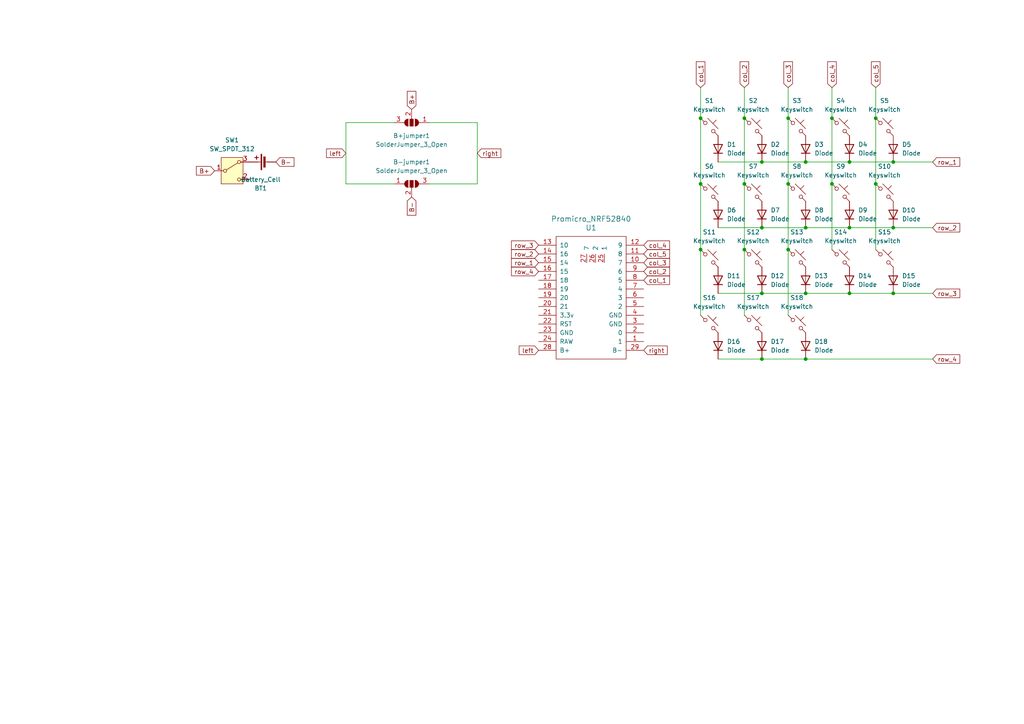
<source format=kicad_sch>
(kicad_sch (version 20250114) (generator "eeschema") (generator_version "9.0")
  (paper "A4")
  (lib_symbols
    (symbol "Device:Battery_Cell" (pin_numbers (hide yes)) (pin_names (offset 0) (hide yes))
      (property "Reference" "BT" (at 2.54 2.54 0))
      (property "Value" "Battery_Cell" (at 2.54 0 0))
      (symbol "Battery_Cell_0_1"
        (rectangle (start -2.286 1.778) (end 2.286 1.524) (fill (type outline)))
        (rectangle (start -1.524 1.016) (end 1.524 0.508) (fill (type outline)))
        (polyline (pts (xy 0 1.778) (xy 0 2.54)))
        (polyline (pts (xy 0 0.762) (xy 0 0)))
        (polyline (pts (xy 0.762 3.048) (xy 1.778 3.048)) (stroke (width 0.254)))
        (polyline (pts (xy 1.27 3.556) (xy 1.27 2.54)) (stroke (width 0.254)))
      )
      (symbol "Battery_Cell_1_1"
        (pin passive line (at 0 5.08 270) (length 2.54) (name "+") (number "1"))
        (pin passive line (at 0 -2.54 90) (length 2.54) (name "-") (number "2"))
      )
    )
    (symbol "Jumper:SolderJumper_3_Open" (pin_names (offset 0) (hide yes)) (in_bom no)
      (property "Reference" "JP" (at -2.54 -2.54 0))
      (property "Value" "SolderJumper_3_Open" (at 0 2.794 0))
      (symbol "SolderJumper_3_Open_0_1"
        (polyline (pts (xy -2.54 0) (xy -2.032 0)))
        (polyline (pts (xy -1.016 1.016) (xy -1.016 -1.016)))
        (arc (start -1.016 -1.016) (mid -2.0276 0) (end -1.016 1.016))
        (arc (start -1.016 -1.016) (mid -2.0276 0) (end -1.016 1.016) (fill (type outline)))
        (rectangle (start -0.508 1.016) (end 0.508 -1.016) (fill (type outline)))
        (polyline (pts (xy 0 -1.27) (xy 0 -1.016)))
        (arc (start 1.016 1.016) (mid 2.0276 0) (end 1.016 -1.016))
        (arc (start 1.016 1.016) (mid 2.0276 0) (end 1.016 -1.016) (fill (type outline)))
        (polyline (pts (xy 1.016 1.016) (xy 1.016 -1.016)))
        (polyline (pts (xy 2.54 0) (xy 2.032 0)))
      )
      (symbol "SolderJumper_3_Open_1_1"
        (pin passive line (at -5.08 0 0) (length 2.54) (name "A") (number "1"))
        (pin passive line (at 0 -3.81 90) (length 2.54) (name "C") (number "2"))
        (pin passive line (at 5.08 0 180) (length 2.54) (name "B") (number "3"))
      )
    )
    (symbol "Lander03xD:MCU_promicro_nrf52840" (pin_names (offset 1.016))
      (property "Reference" "U" (at 0 0 0))
      (property "Value" "Promicro_NRF52840" (at 0 -20.32 0))
      (symbol "MCU_promicro_nrf52840_0_1"
        (rectangle (start -10.16 17.78) (end 10.16 -17.78))
      )
      (symbol "MCU_promicro_nrf52840_1_1"
        (pin input line (at -15.24 15.24 0) (length 5.08) (name "B-") (number "29"))
        (pin input line (at -15.24 12.7 0) (length 5.08) (name "1") (number "1"))
        (pin input line (at -15.24 10.16 0) (length 5.08) (name "0") (number "2"))
        (pin input line (at -15.24 7.62 0) (length 5.08) (name "GND") (number "3"))
        (pin input line (at -15.24 5.08 0) (length 5.08) (name "GND") (number "4"))
        (pin input line (at -15.24 2.54 0) (length 5.08) (name "2") (number "5"))
        (pin input line (at -15.24 0 0) (length 5.08) (name "3") (number "6"))
        (pin input line (at -15.24 -2.54 0) (length 5.08) (name "4") (number "7"))
        (pin input line (at -15.24 -5.08 0) (length 5.08) (name "5") (number "8"))
        (pin input line (at -15.24 -7.62 0) (length 5.08) (name "6") (number "9"))
        (pin input line (at -15.24 -10.16 0) (length 5.08) (name "7") (number "10"))
        (pin input line (at -15.24 -12.7 0) (length 5.08) (name "8") (number "11"))
        (pin input line (at -15.24 -15.24 0) (length 5.08) (name "9") (number "12"))
        (pin input line (at -3.81 -10.16 270) (length 2.5) (name "1") (number "25"))
        (pin input line (at -1.27 -10.16 270) (length 2.5) (name "2") (number "26"))
        (pin input line (at 1.27 -10.16 270) (length 2.5) (name "7") (number "27"))
        (pin input line (at 15.24 15.24 180) (length 5.08) (name "B+") (number "28"))
        (pin input line (at 15.24 12.7 180) (length 5.08) (name "RAW") (number "24"))
        (pin input line (at 15.24 10.16 180) (length 5.08) (name "GND") (number "23"))
        (pin input line (at 15.24 7.62 180) (length 5.08) (name "RST") (number "22"))
        (pin input line (at 15.24 5.08 180) (length 5.08) (name "3.3v") (number "21"))
        (pin input line (at 15.24 2.54 180) (length 5.08) (name "21") (number "20"))
        (pin input line (at 15.24 0 180) (length 5.08) (name "20") (number "19"))
        (pin input line (at 15.24 -2.54 180) (length 5.08) (name "19") (number "18"))
        (pin input line (at 15.24 -5.08 180) (length 5.08) (name "18") (number "17"))
        (pin input line (at 15.24 -7.62 180) (length 5.08) (name "15") (number "16"))
        (pin input line (at 15.24 -10.16 180) (length 5.08) (name "14") (number "15"))
        (pin input line (at 15.24 -12.7 180) (length 5.08) (name "16") (number "14"))
        (pin input line (at 15.24 -15.24 180) (length 5.08) (name "10") (number "13"))
      )
    )
    (symbol "ScottoKeebs:Placeholder_Diode" (pin_numbers (hide yes)) (pin_names (hide yes))
      (property "Reference" "D" (at 0 2.54 0))
      (property "Value" "Diode" (at 0 -2.54 0))
      (symbol "Placeholder_Diode_0_1"
        (polyline (pts (xy -1.27 1.27) (xy -1.27 -1.27)) (stroke (width 0.254)))
        (polyline (pts (xy 1.27 1.27) (xy 1.27 -1.27) (xy -1.27 0) (xy 1.27 1.27)) (stroke (width 0.254)))
        (polyline (pts (xy 1.27 0) (xy -1.27 0)))
      )
      (symbol "Placeholder_Diode_1_1"
        (pin passive line (at -3.81 0 0) (length 2.54) (name "K") (number "1"))
        (pin passive line (at 3.81 0 180) (length 2.54) (name "A") (number "2"))
      )
    )
    (symbol "ScottoKeebs:Placeholder_Keyswitch" (pin_numbers (hide yes)) (pin_names (offset 1.016) (hide yes))
      (property "Reference" "S" (at 3.048 1.016 0))
      (property "Value" "Keyswitch" (at 0 -3.81 0))
      (symbol "Placeholder_Keyswitch_0_1"
        (polyline (pts (xy -2.54 2.54) (xy -1.524 1.524) (xy -1.524 1.524)))
        (circle (center -1.1684 1.1684) (radius 0.508))
        (polyline (pts (xy -0.508 2.54) (xy 2.54 -0.508)))
        (polyline (pts (xy 1.016 1.016) (xy 2.032 2.032)))
        (circle (center 1.143 -1.1938) (radius 0.508))
        (polyline (pts (xy 1.524 -1.524) (xy 2.54 -2.54) (xy 2.54 -2.54) (xy 2.54 -2.54)))
        (pin passive line (at -2.54 2.54 0) (length 0) (name "1") (number "1"))
        (pin passive line (at 2.54 -2.54 180) (length 0) (name "2") (number "2"))
      )
    )
    (symbol "Switch:SW_SPDT_312" (pin_names (offset 1) (hide yes))
      (property "Reference" "SW" (at 0 5.08 0))
      (property "Value" "SW_SPDT_312" (at 0 -5.08 0))
      (symbol "SW_SPDT_312_0_1"
        (circle (center -2.032 0) (radius 0.4572))
        (polyline (pts (xy -1.651 0.254) (xy 1.651 2.286)))
        (circle (center 2.032 2.54) (radius 0.4572))
        (circle (center 2.032 -2.54) (radius 0.4572))
      )
      (symbol "SW_SPDT_312_1_1"
        (rectangle (start -3.175 3.81) (end 3.175 -3.81) (fill (type background)))
        (pin passive line (at -5.08 0 0) (length 2.54) (name "B") (number "1"))
        (pin passive line (at 5.08 2.54 180) (length 2.54) (name "A") (number "3"))
        (pin passive line (at 5.08 -2.54 180) (length 2.54) (name "C") (number "2"))
      )
    )
  )
  (junction (at 228.6 34.29))
  (junction (at 203.2 72.39))
  (junction (at 215.9 53.34))
  (junction (at 259.08 46.99))
  (junction (at 241.3 34.29))
  (junction (at 203.2 53.34))
  (junction (at 228.6 53.34))
  (junction (at 228.6 72.39))
  (junction (at 203.2 34.29))
  (junction (at 215.9 72.39))
  (junction (at 220.98 46.99))
  (junction (at 246.38 85.09))
  (junction (at 254 53.34))
  (junction (at 220.98 104.14))
  (junction (at 220.98 66.04))
  (junction (at 215.9 34.29))
  (junction (at 220.98 85.09))
  (junction (at 246.38 46.99))
  (junction (at 241.3 53.34))
  (junction (at 254 34.29))
  (junction (at 233.68 104.14))
  (junction (at 259.08 66.04))
  (junction (at 246.38 66.04))
  (junction (at 259.08 85.09))
  (junction (at 233.68 66.04))
  (junction (at 233.68 46.99))
  (junction (at 233.68 85.09))
  (wire (pts (xy 259.08 46.99) (xy 270.51 46.99)))
  (wire (pts (xy 220.98 66.04) (xy 233.68 66.04)))
  (wire (pts (xy 228.6 25.4) (xy 228.6 34.29)))
  (wire (pts (xy 233.68 104.14) (xy 270.51 104.14)))
  (wire (pts (xy 215.9 34.29) (xy 215.9 53.34)))
  (wire (pts (xy 215.9 72.39) (xy 215.9 91.44)))
  (wire (pts (xy 246.38 46.99) (xy 259.08 46.99)))
  (wire (pts (xy 220.98 46.99) (xy 233.68 46.99)))
  (wire (pts (xy 259.08 66.04) (xy 270.51 66.04)))
  (wire (pts (xy 233.68 85.09) (xy 246.38 85.09)))
  (wire (pts (xy 254 34.29) (xy 254 53.34)))
  (wire (pts (xy 220.98 85.09) (xy 233.68 85.09)))
  (wire (pts (xy 259.08 85.09) (xy 270.51 85.09)))
  (wire (pts (xy 203.2 72.39) (xy 203.2 91.44)))
  (wire (pts (xy 124.46 35.56) (xy 138.43 35.56)))
  (wire (pts (xy 241.3 34.29) (xy 241.3 53.34)))
  (wire (pts (xy 203.2 53.34) (xy 203.2 72.39)))
  (wire (pts (xy 228.6 34.29) (xy 228.6 53.34)))
  (wire (pts (xy 208.28 104.14) (xy 220.98 104.14)))
  (wire (pts (xy 246.38 66.04) (xy 259.08 66.04)))
  (wire (pts (xy 208.28 46.99) (xy 220.98 46.99)))
  (wire (pts (xy 254 25.4) (xy 254 34.29)))
  (wire (pts (xy 203.2 34.29) (xy 203.2 53.34)))
  (wire (pts (xy 208.28 85.09) (xy 220.98 85.09)))
  (wire (pts (xy 114.3 53.34) (xy 100.33 53.34)))
  (wire (pts (xy 241.3 53.34) (xy 241.3 72.39)))
  (wire (pts (xy 208.28 66.04) (xy 220.98 66.04)))
  (wire (pts (xy 254 53.34) (xy 254 72.39)))
  (wire (pts (xy 228.6 53.34) (xy 228.6 72.39)))
  (wire (pts (xy 233.68 66.04) (xy 246.38 66.04)))
  (wire (pts (xy 220.98 104.14) (xy 233.68 104.14)))
  (wire (pts (xy 100.33 35.56) (xy 100.33 53.34)))
  (wire (pts (xy 138.43 53.34) (xy 138.43 35.56)))
  (wire (pts (xy 228.6 72.39) (xy 228.6 91.44)))
  (wire (pts (xy 246.38 85.09) (xy 259.08 85.09)))
  (wire (pts (xy 215.9 25.4) (xy 215.9 34.29)))
  (wire (pts (xy 138.43 53.34) (xy 124.46 53.34)))
  (wire (pts (xy 241.3 25.4) (xy 241.3 34.29)))
  (wire (pts (xy 215.9 53.34) (xy 215.9 72.39)))
  (wire (pts (xy 233.68 46.99) (xy 246.38 46.99)))
  (wire (pts (xy 100.33 35.56) (xy 114.3 35.56)))
  (wire (pts (xy 203.2 25.4) (xy 203.2 34.29)))
  (global_label "col_2" (shape input) (at 186.69 78.74 0) (property "Intersheetrefs" "${INTERSHEET_REFS}" (effects (hide yes))))
  (global_label "B+" (shape input) (at 62.23 49.53 180) (property "Intersheetrefs" "${INTERSHEET_REFS}" (effects (hide yes))))
  (global_label "row_2" (shape input) (at 270.51 66.04 0) (property "Intersheetrefs" "${INTERSHEET_REFS}" (effects (hide yes))))
  (global_label "col_4" (shape input) (at 241.3 25.4 90) (property "Intersheetrefs" "${INTERSHEET_REFS}" (effects (hide yes))))
  (global_label "B+" (shape input) (at 119.38 31.75 90) (property "Intersheetrefs" "${INTERSHEET_REFS}" (effects (hide yes))))
  (global_label "row_2" (shape input) (at 156.21 73.66 180) (property "Intersheetrefs" "${INTERSHEET_REFS}" (effects (hide yes))))
  (global_label "row_1" (shape input) (at 156.21 76.2 180) (property "Intersheetrefs" "${INTERSHEET_REFS}" (effects (hide yes))))
  (global_label "row_4" (shape input) (at 156.21 78.74 180) (property "Intersheetrefs" "${INTERSHEET_REFS}" (effects (hide yes))))
  (global_label "col_4" (shape input) (at 186.69 71.12 0) (property "Intersheetrefs" "${INTERSHEET_REFS}" (effects (hide yes))))
  (global_label "col_3" (shape input) (at 228.6 25.4 90) (property "Intersheetrefs" "${INTERSHEET_REFS}" (effects (hide yes))))
  (global_label "col_1" (shape input) (at 203.2 25.4 90) (property "Intersheetrefs" "${INTERSHEET_REFS}" (effects (hide yes))))
  (global_label "B-" (shape input) (at 119.38 57.15 270) (property "Intersheetrefs" "${INTERSHEET_REFS}" (effects (hide yes))))
  (global_label "col_5" (shape input) (at 186.69 73.66 0) (property "Intersheetrefs" "${INTERSHEET_REFS}" (effects (hide yes))))
  (global_label "row_4" (shape input) (at 270.51 104.14 0) (property "Intersheetrefs" "${INTERSHEET_REFS}" (effects (hide yes))))
  (global_label "left" (shape input) (at 100.33 44.45 180) (property "Intersheetrefs" "${INTERSHEET_REFS}" (effects (hide yes))))
  (global_label "B-" (shape input) (at 80.01 46.99 0) (property "Intersheetrefs" "${INTERSHEET_REFS}" (effects (hide yes))))
  (global_label "right" (shape input) (at 138.43 44.45 0) (property "Intersheetrefs" "${INTERSHEET_REFS}" (effects (hide yes))))
  (global_label "col_1" (shape input) (at 186.69 81.28 0) (property "Intersheetrefs" "${INTERSHEET_REFS}" (effects (hide yes))))
  (global_label "col_5" (shape input) (at 254 25.4 90) (property "Intersheetrefs" "${INTERSHEET_REFS}" (effects (hide yes))))
  (global_label "right" (shape input) (at 186.69 101.6 0) (property "Intersheetrefs" "${INTERSHEET_REFS}" (effects (hide yes))))
  (global_label "left" (shape input) (at 156.21 101.6 180) (property "Intersheetrefs" "${INTERSHEET_REFS}" (effects (hide yes))))
  (global_label "row_3" (shape input) (at 270.51 85.09 0) (property "Intersheetrefs" "${INTERSHEET_REFS}" (effects (hide yes))))
  (global_label "col_2" (shape input) (at 215.9 25.4 90) (property "Intersheetrefs" "${INTERSHEET_REFS}" (effects (hide yes))))
  (global_label "row_3" (shape input) (at 156.21 71.12 180) (property "Intersheetrefs" "${INTERSHEET_REFS}" (effects (hide yes))))
  (global_label "col_3" (shape input) (at 186.69 76.2 0) (property "Intersheetrefs" "${INTERSHEET_REFS}" (effects (hide yes))))
  (global_label "row_1" (shape input) (at 270.51 46.99 0) (property "Intersheetrefs" "${INTERSHEET_REFS}" (effects (hide yes))))
  (symbol (lib_id "ScottoKeebs:Placeholder_Diode") (at 246.38 81.28 90) (unit 1)
    (property "Reference" "D14" (at 248.92 80.0099 90) (effects (justify right)))
    (property "Value" "Diode" (at 248.92 82.5499 90) (effects (justify right)))
    (property "Footprint" "ScottoKeebs_Components:Diode_DO-35" (effects (hide yes)))
    (property "Description" "1N4148 (DO-35) or 1N4148W (SOD-123)" (effects (hide yes)))
    (property "Sim.Device" "D" (effects (hide yes)))
    (property "Sim.Pins" "1=K 2=A" (effects (hide yes)))
  )
  (symbol (lib_id "ScottoKeebs:Placeholder_Diode") (at 208.28 43.18 90) (unit 1)
    (property "Reference" "D1" (at 210.82 41.9099 90) (effects (justify right)))
    (property "Value" "Diode" (at 210.82 44.4499 90) (effects (justify right)))
    (property "Footprint" "ScottoKeebs_Components:Diode_DO-35" (effects (hide yes)))
    (property "Description" "1N4148 (DO-35) or 1N4148W (SOD-123)" (effects (hide yes)))
    (property "Sim.Device" "D" (effects (hide yes)))
    (property "Sim.Pins" "1=K 2=A" (effects (hide yes)))
  )
  (symbol (lib_id "ScottoKeebs:Placeholder_Keyswitch") (at 243.84 55.88 0) (unit 1)
    (property "Reference" "S9" (at 243.84 48.26 0))
    (property "Value" "Keyswitch" (at 243.84 50.8 0))
    (property "Footprint" "lander03xD:Hotswap_MX_1.00u_reversible_18.5mm" (effects (hide yes)))
    (property "Description" "Push button switch, normally open, two pins, 45° tilted" (effects (hide yes)))
  )
  (symbol (lib_id "Device:Battery_Cell") (at 77.47 46.99 90) (unit 1)
    (property "Reference" "BT1" (at 75.6285 54.61 90))
    (property "Value" "Battery_Cell" (at 75.6285 52.07 90))
    (property "Footprint" "lander03xD:SbM-9202_14250_battery_holder" (effects (hide yes)))
    (property "Description" "Single-cell battery" (effects (hide yes)))
  )
  (symbol (lib_id "ScottoKeebs:Placeholder_Diode") (at 220.98 43.18 90) (unit 1)
    (property "Reference" "D2" (at 223.52 41.9099 90) (effects (justify right)))
    (property "Value" "Diode" (at 223.52 44.4499 90) (effects (justify right)))
    (property "Footprint" "ScottoKeebs_Components:Diode_DO-35" (effects (hide yes)))
    (property "Description" "1N4148 (DO-35) or 1N4148W (SOD-123)" (effects (hide yes)))
    (property "Sim.Device" "D" (effects (hide yes)))
    (property "Sim.Pins" "1=K 2=A" (effects (hide yes)))
  )
  (symbol (lib_id "ScottoKeebs:Placeholder_Diode") (at 220.98 100.33 90) (unit 1)
    (property "Reference" "D17" (at 223.52 99.0599 90) (effects (justify right)))
    (property "Value" "Diode" (at 223.52 101.5999 90) (effects (justify right)))
    (property "Footprint" "ScottoKeebs_Components:Diode_DO-35" (effects (hide yes)))
    (property "Description" "1N4148 (DO-35) or 1N4148W (SOD-123)" (effects (hide yes)))
    (property "Sim.Device" "D" (effects (hide yes)))
    (property "Sim.Pins" "1=K 2=A" (effects (hide yes)))
  )
  (symbol (lib_id "ScottoKeebs:Placeholder_Keyswitch") (at 231.14 55.88 0) (unit 1)
    (property "Reference" "S8" (at 231.14 48.26 0))
    (property "Value" "Keyswitch" (at 231.14 50.8 0))
    (property "Footprint" "lander03xD:Hotswap_MX_1.00u_reversible_18.5mm" (effects (hide yes)))
    (property "Description" "Push button switch, normally open, two pins, 45° tilted" (effects (hide yes)))
  )
  (symbol (lib_id "ScottoKeebs:Placeholder_Keyswitch") (at 205.74 93.98 0) (unit 1)
    (property "Reference" "S16" (at 205.74 86.36 0))
    (property "Value" "Keyswitch" (at 205.74 88.9 0))
    (property "Footprint" "lander03xD:Hotswap_MX_1.00u_reversible_18.5mm" (effects (hide yes)))
    (property "Description" "Push button switch, normally open, two pins, 45° tilted" (effects (hide yes)))
  )
  (symbol (lib_id "ScottoKeebs:Placeholder_Diode") (at 220.98 81.28 90) (unit 1)
    (property "Reference" "D12" (at 223.52 80.0099 90) (effects (justify right)))
    (property "Value" "Diode" (at 223.52 82.5499 90) (effects (justify right)))
    (property "Footprint" "ScottoKeebs_Components:Diode_DO-35" (effects (hide yes)))
    (property "Description" "1N4148 (DO-35) or 1N4148W (SOD-123)" (effects (hide yes)))
    (property "Sim.Device" "D" (effects (hide yes)))
    (property "Sim.Pins" "1=K 2=A" (effects (hide yes)))
  )
  (symbol (lib_id "ScottoKeebs:Placeholder_Diode") (at 208.28 81.28 90) (unit 1)
    (property "Reference" "D11" (at 210.82 80.0099 90) (effects (justify right)))
    (property "Value" "Diode" (at 210.82 82.5499 90) (effects (justify right)))
    (property "Footprint" "ScottoKeebs_Components:Diode_DO-35" (effects (hide yes)))
    (property "Description" "1N4148 (DO-35) or 1N4148W (SOD-123)" (effects (hide yes)))
    (property "Sim.Device" "D" (effects (hide yes)))
    (property "Sim.Pins" "1=K 2=A" (effects (hide yes)))
  )
  (symbol (lib_id "ScottoKeebs:Placeholder_Keyswitch") (at 231.14 74.93 0) (unit 1)
    (property "Reference" "S13" (at 231.14 67.31 0))
    (property "Value" "Keyswitch" (at 231.14 69.85 0))
    (property "Footprint" "lander03xD:Hotswap_MX_1.00u_reversible_18.5mm" (effects (hide yes)))
    (property "Description" "Push button switch, normally open, two pins, 45° tilted" (effects (hide yes)))
  )
  (symbol (lib_id "ScottoKeebs:Placeholder_Diode") (at 259.08 43.18 90) (unit 1)
    (property "Reference" "D5" (at 261.62 41.9099 90) (effects (justify right)))
    (property "Value" "Diode" (at 261.62 44.4499 90) (effects (justify right)))
    (property "Footprint" "ScottoKeebs_Components:Diode_DO-35" (effects (hide yes)))
    (property "Description" "1N4148 (DO-35) or 1N4148W (SOD-123)" (effects (hide yes)))
    (property "Sim.Device" "D" (effects (hide yes)))
    (property "Sim.Pins" "1=K 2=A" (effects (hide yes)))
  )
  (symbol (lib_id "ScottoKeebs:Placeholder_Keyswitch") (at 205.74 74.93 0) (unit 1)
    (property "Reference" "S11" (at 205.74 67.31 0))
    (property "Value" "Keyswitch" (at 205.74 69.85 0))
    (property "Footprint" "lander03xD:Hotswap_MX_1.00u_reversible_18.5mm" (effects (hide yes)))
    (property "Description" "Push button switch, normally open, two pins, 45° tilted" (effects (hide yes)))
  )
  (symbol (lib_id "ScottoKeebs:Placeholder_Diode") (at 233.68 100.33 90) (unit 1)
    (property "Reference" "D18" (at 236.22 99.0599 90) (effects (justify right)))
    (property "Value" "Diode" (at 236.22 101.5999 90) (effects (justify right)))
    (property "Footprint" "ScottoKeebs_Components:Diode_DO-35" (effects (hide yes)))
    (property "Description" "1N4148 (DO-35) or 1N4148W (SOD-123)" (effects (hide yes)))
    (property "Sim.Device" "D" (effects (hide yes)))
    (property "Sim.Pins" "1=K 2=A" (effects (hide yes)))
  )
  (symbol (lib_id "ScottoKeebs:Placeholder_Keyswitch") (at 243.84 74.93 0) (unit 1)
    (property "Reference" "S14" (at 243.84 67.31 0))
    (property "Value" "Keyswitch" (at 243.84 69.85 0))
    (property "Footprint" "lander03xD:Hotswap_MX_1.00u_reversible_18.5mm" (effects (hide yes)))
    (property "Description" "Push button switch, normally open, two pins, 45° tilted" (effects (hide yes)))
  )
  (symbol (lib_id "ScottoKeebs:Placeholder_Diode") (at 233.68 43.18 90) (unit 1)
    (property "Reference" "D3" (at 236.22 41.9099 90) (effects (justify right)))
    (property "Value" "Diode" (at 236.22 44.4499 90) (effects (justify right)))
    (property "Footprint" "ScottoKeebs_Components:Diode_DO-35" (effects (hide yes)))
    (property "Description" "1N4148 (DO-35) or 1N4148W (SOD-123)" (effects (hide yes)))
    (property "Sim.Device" "D" (effects (hide yes)))
    (property "Sim.Pins" "1=K 2=A" (effects (hide yes)))
  )
  (symbol (lib_id "ScottoKeebs:Placeholder_Keyswitch") (at 243.84 36.83 0) (unit 1)
    (property "Reference" "S4" (at 243.84 29.21 0))
    (property "Value" "Keyswitch" (at 243.84 31.75 0))
    (property "Footprint" "lander03xD:Hotswap_MX_1.00u_reversible_18.5mm" (effects (hide yes)))
    (property "Description" "Push button switch, normally open, two pins, 45° tilted" (effects (hide yes)))
  )
  (symbol (lib_id "ScottoKeebs:Placeholder_Diode") (at 246.38 43.18 90) (unit 1)
    (property "Reference" "D4" (at 248.92 41.9099 90) (effects (justify right)))
    (property "Value" "Diode" (at 248.92 44.4499 90) (effects (justify right)))
    (property "Footprint" "ScottoKeebs_Components:Diode_DO-35" (effects (hide yes)))
    (property "Description" "1N4148 (DO-35) or 1N4148W (SOD-123)" (effects (hide yes)))
    (property "Sim.Device" "D" (effects (hide yes)))
    (property "Sim.Pins" "1=K 2=A" (effects (hide yes)))
  )
  (symbol (lib_id "ScottoKeebs:Placeholder_Diode") (at 208.28 100.33 90) (unit 1)
    (property "Reference" "D16" (at 210.82 99.0599 90) (effects (justify right)))
    (property "Value" "Diode" (at 210.82 101.5999 90) (effects (justify right)))
    (property "Footprint" "ScottoKeebs_Components:Diode_DO-35" (effects (hide yes)))
    (property "Description" "1N4148 (DO-35) or 1N4148W (SOD-123)" (effects (hide yes)))
    (property "Sim.Device" "D" (effects (hide yes)))
    (property "Sim.Pins" "1=K 2=A" (effects (hide yes)))
  )
  (symbol (lib_id "ScottoKeebs:Placeholder_Diode") (at 259.08 81.28 90) (unit 1)
    (property "Reference" "D15" (at 261.62 80.0099 90) (effects (justify right)))
    (property "Value" "Diode" (at 261.62 82.5499 90) (effects (justify right)))
    (property "Footprint" "ScottoKeebs_Components:Diode_DO-35" (effects (hide yes)))
    (property "Description" "1N4148 (DO-35) or 1N4148W (SOD-123)" (effects (hide yes)))
    (property "Sim.Device" "D" (effects (hide yes)))
    (property "Sim.Pins" "1=K 2=A" (effects (hide yes)))
  )
  (symbol (lib_id "Jumper:SolderJumper_3_Open") (at 119.38 35.56 180) (unit 1) (in_bom no)
    (property "Reference" "B+jumper1" (at 119.38 39.37 0))
    (property "Value" "SolderJumper_3_Open" (at 119.38 41.91 0))
    (property "Footprint" "Jumper:SolderJumper-3_P2.0mm_Open_TrianglePad1.0x1.5mm" (effects (hide yes)))
    (property "Description" "Solder Jumper, 3-pole, open" (effects (hide yes)))
  )
  (symbol (lib_id "ScottoKeebs:Placeholder_Keyswitch") (at 256.54 55.88 0) (unit 1)
    (property "Reference" "S10" (at 256.54 48.26 0))
    (property "Value" "Keyswitch" (at 256.54 50.8 0))
    (property "Footprint" "lander03xD:Hotswap_MX_1.00u_reversible_18.5mm" (effects (hide yes)))
    (property "Description" "Push button switch, normally open, two pins, 45° tilted" (effects (hide yes)))
  )
  (symbol (lib_id "ScottoKeebs:Placeholder_Keyswitch") (at 218.44 74.93 0) (unit 1)
    (property "Reference" "S12" (at 218.44 67.31 0))
    (property "Value" "Keyswitch" (at 218.44 69.85 0))
    (property "Footprint" "lander03xD:Hotswap_MX_1.00u_reversible_18.5mm" (effects (hide yes)))
    (property "Description" "Push button switch, normally open, two pins, 45° tilted" (effects (hide yes)))
  )
  (symbol (lib_id "Jumper:SolderJumper_3_Open") (at 119.38 53.34 0) (unit 1) (in_bom no)
    (property "Reference" "B-jumper1" (at 119.38 46.99 0))
    (property "Value" "SolderJumper_3_Open" (at 119.38 49.53 0))
    (property "Footprint" "Jumper:SolderJumper-3_P2.0mm_Open_TrianglePad1.0x1.5mm" (effects (hide yes)))
    (property "Description" "Solder Jumper, 3-pole, open" (effects (hide yes)))
  )
  (symbol (lib_id "ScottoKeebs:Placeholder_Keyswitch") (at 256.54 36.83 0) (unit 1)
    (property "Reference" "S5" (at 256.54 29.21 0))
    (property "Value" "Keyswitch" (at 256.54 31.75 0))
    (property "Footprint" "lander03xD:Hotswap_MX_1.00u_reversible_18.5mm" (effects (hide yes)))
    (property "Description" "Push button switch, normally open, two pins, 45° tilted" (effects (hide yes)))
  )
  (symbol (lib_id "ScottoKeebs:Placeholder_Diode") (at 259.08 62.23 90) (unit 1)
    (property "Reference" "D10" (at 261.62 60.9599 90) (effects (justify right)))
    (property "Value" "Diode" (at 261.62 63.4999 90) (effects (justify right)))
    (property "Footprint" "ScottoKeebs_Components:Diode_DO-35" (effects (hide yes)))
    (property "Description" "1N4148 (DO-35) or 1N4148W (SOD-123)" (effects (hide yes)))
    (property "Sim.Device" "D" (effects (hide yes)))
    (property "Sim.Pins" "1=K 2=A" (effects (hide yes)))
  )
  (symbol (lib_id "ScottoKeebs:Placeholder_Keyswitch") (at 231.14 93.98 0) (unit 1)
    (property "Reference" "S18" (at 231.14 86.36 0))
    (property "Value" "Keyswitch" (at 231.14 88.9 0))
    (property "Footprint" "lander03xD:Hotswap_MX_1.00u_reversible_18.5mm" (effects (hide yes)))
    (property "Description" "Push button switch, normally open, two pins, 45° tilted" (effects (hide yes)))
  )
  (symbol (lib_id "ScottoKeebs:Placeholder_Diode") (at 246.38 62.23 90) (unit 1)
    (property "Reference" "D9" (at 248.92 60.9599 90) (effects (justify right)))
    (property "Value" "Diode" (at 248.92 63.4999 90) (effects (justify right)))
    (property "Footprint" "ScottoKeebs_Components:Diode_DO-35" (effects (hide yes)))
    (property "Description" "1N4148 (DO-35) or 1N4148W (SOD-123)" (effects (hide yes)))
    (property "Sim.Device" "D" (effects (hide yes)))
    (property "Sim.Pins" "1=K 2=A" (effects (hide yes)))
  )
  (symbol (lib_id "ScottoKeebs:Placeholder_Keyswitch") (at 256.54 74.93 0) (unit 1)
    (property "Reference" "S15" (at 256.54 67.31 0))
    (property "Value" "Keyswitch" (at 256.54 69.85 0))
    (property "Footprint" "lander03xD:Hotswap_MX_1.00u_reversible_18.5mm" (effects (hide yes)))
    (property "Description" "Push button switch, normally open, two pins, 45° tilted" (effects (hide yes)))
  )
  (symbol (lib_id "ScottoKeebs:Placeholder_Keyswitch") (at 231.14 36.83 0) (unit 1)
    (property "Reference" "S3" (at 231.14 29.21 0))
    (property "Value" "Keyswitch" (at 231.14 31.75 0))
    (property "Footprint" "lander03xD:Hotswap_MX_1.00u_reversible_18.5mm" (effects (hide yes)))
    (property "Description" "Push button switch, normally open, two pins, 45° tilted" (effects (hide yes)))
  )
  (symbol (lib_id "Lander03xD:MCU_promicro_nrf52840") (at 171.45 86.36 180) (unit 1)
    (property "Reference" "U1" (at 171.45 66.04 0) (effects (font (size 1.524 1.524))))
    (property "Value" "Promicro_NRF52840" (at 171.45 63.5 0) (effects (font (size 1.524 1.524))))
    (property "Footprint" "lander03xD:Promicro_nrf52840" (effects (hide yes)))
  )
  (symbol (lib_id "ScottoKeebs:Placeholder_Keyswitch") (at 205.74 55.88 0) (unit 1)
    (property "Reference" "S6" (at 205.74 48.26 0))
    (property "Value" "Keyswitch" (at 205.74 50.8 0))
    (property "Footprint" "lander03xD:Hotswap_MX_1.00u_reversible_18.5mm" (effects (hide yes)))
    (property "Description" "Push button switch, normally open, two pins, 45° tilted" (effects (hide yes)))
  )
  (symbol (lib_id "ScottoKeebs:Placeholder_Diode") (at 233.68 81.28 90) (unit 1)
    (property "Reference" "D13" (at 236.22 80.0099 90) (effects (justify right)))
    (property "Value" "Diode" (at 236.22 82.5499 90) (effects (justify right)))
    (property "Footprint" "ScottoKeebs_Components:Diode_DO-35" (effects (hide yes)))
    (property "Description" "1N4148 (DO-35) or 1N4148W (SOD-123)" (effects (hide yes)))
    (property "Sim.Device" "D" (effects (hide yes)))
    (property "Sim.Pins" "1=K 2=A" (effects (hide yes)))
  )
  (symbol (lib_id "ScottoKeebs:Placeholder_Keyswitch") (at 218.44 36.83 0) (unit 1)
    (property "Reference" "S2" (at 218.44 29.21 0))
    (property "Value" "Keyswitch" (at 218.44 31.75 0))
    (property "Footprint" "lander03xD:Hotswap_MX_1.00u_reversible_18.5mm" (effects (hide yes)))
    (property "Description" "Push button switch, normally open, two pins, 45° tilted" (effects (hide yes)))
  )
  (symbol (lib_id "ScottoKeebs:Placeholder_Keyswitch") (at 218.44 93.98 0) (unit 1)
    (property "Reference" "S17" (at 218.44 86.36 0))
    (property "Value" "Keyswitch" (at 218.44 88.9 0))
    (property "Footprint" "lander03xD:Hotswap_MX_1.00u_reversible_18.5mm" (effects (hide yes)))
    (property "Description" "Push button switch, normally open, two pins, 45° tilted" (effects (hide yes)))
  )
  (symbol (lib_id "ScottoKeebs:Placeholder_Keyswitch") (at 205.74 36.83 0) (unit 1)
    (property "Reference" "S1" (at 205.74 29.21 0))
    (property "Value" "Keyswitch" (at 205.74 31.75 0))
    (property "Footprint" "lander03xD:Hotswap_MX_1.00u_reversible_18.5mm" (effects (hide yes)))
    (property "Description" "Push button switch, normally open, two pins, 45° tilted" (effects (hide yes)))
  )
  (symbol (lib_id "Switch:SW_SPDT_312") (at 67.31 49.53 0) (unit 1)
    (property "Reference" "SW1" (at 67.31 40.64 0))
    (property "Value" "SW_SPDT_312" (at 67.31 43.18 0))
    (property "Footprint" "lander03xD:SW_Vertical_Slide_5mm" (effects (hide yes)))
    (property "Description" "Switch, single pole double throw" (effects (hide yes)))
  )
  (symbol (lib_id "ScottoKeebs:Placeholder_Keyswitch") (at 218.44 55.88 0) (unit 1)
    (property "Reference" "S7" (at 218.44 48.26 0))
    (property "Value" "Keyswitch" (at 218.44 50.8 0))
    (property "Footprint" "lander03xD:Hotswap_MX_1.00u_reversible_18.5mm" (effects (hide yes)))
    (property "Description" "Push button switch, normally open, two pins, 45° tilted" (effects (hide yes)))
  )
  (symbol (lib_id "ScottoKeebs:Placeholder_Diode") (at 233.68 62.23 90) (unit 1)
    (property "Reference" "D8" (at 236.22 60.9599 90) (effects (justify right)))
    (property "Value" "Diode" (at 236.22 63.4999 90) (effects (justify right)))
    (property "Footprint" "ScottoKeebs_Components:Diode_DO-35" (effects (hide yes)))
    (property "Description" "1N4148 (DO-35) or 1N4148W (SOD-123)" (effects (hide yes)))
    (property "Sim.Device" "D" (effects (hide yes)))
    (property "Sim.Pins" "1=K 2=A" (effects (hide yes)))
  )
  (symbol (lib_id "ScottoKeebs:Placeholder_Diode") (at 220.98 62.23 90) (unit 1)
    (property "Reference" "D7" (at 223.52 60.9599 90) (effects (justify right)))
    (property "Value" "Diode" (at 223.52 63.4999 90) (effects (justify right)))
    (property "Footprint" "ScottoKeebs_Components:Diode_DO-35" (effects (hide yes)))
    (property "Description" "1N4148 (DO-35) or 1N4148W (SOD-123)" (effects (hide yes)))
    (property "Sim.Device" "D" (effects (hide yes)))
    (property "Sim.Pins" "1=K 2=A" (effects (hide yes)))
  )
  (symbol (lib_id "ScottoKeebs:Placeholder_Diode") (at 208.28 62.23 90) (unit 1)
    (property "Reference" "D6" (at 210.82 60.9599 90) (effects (justify right)))
    (property "Value" "Diode" (at 210.82 63.4999 90) (effects (justify right)))
    (property "Footprint" "ScottoKeebs_Components:Diode_DO-35" (effects (hide yes)))
    (property "Description" "1N4148 (DO-35) or 1N4148W (SOD-123)" (effects (hide yes)))
    (property "Sim.Device" "D" (effects (hide yes)))
    (property "Sim.Pins" "1=K 2=A" (effects (hide yes)))
  )
)
</source>
